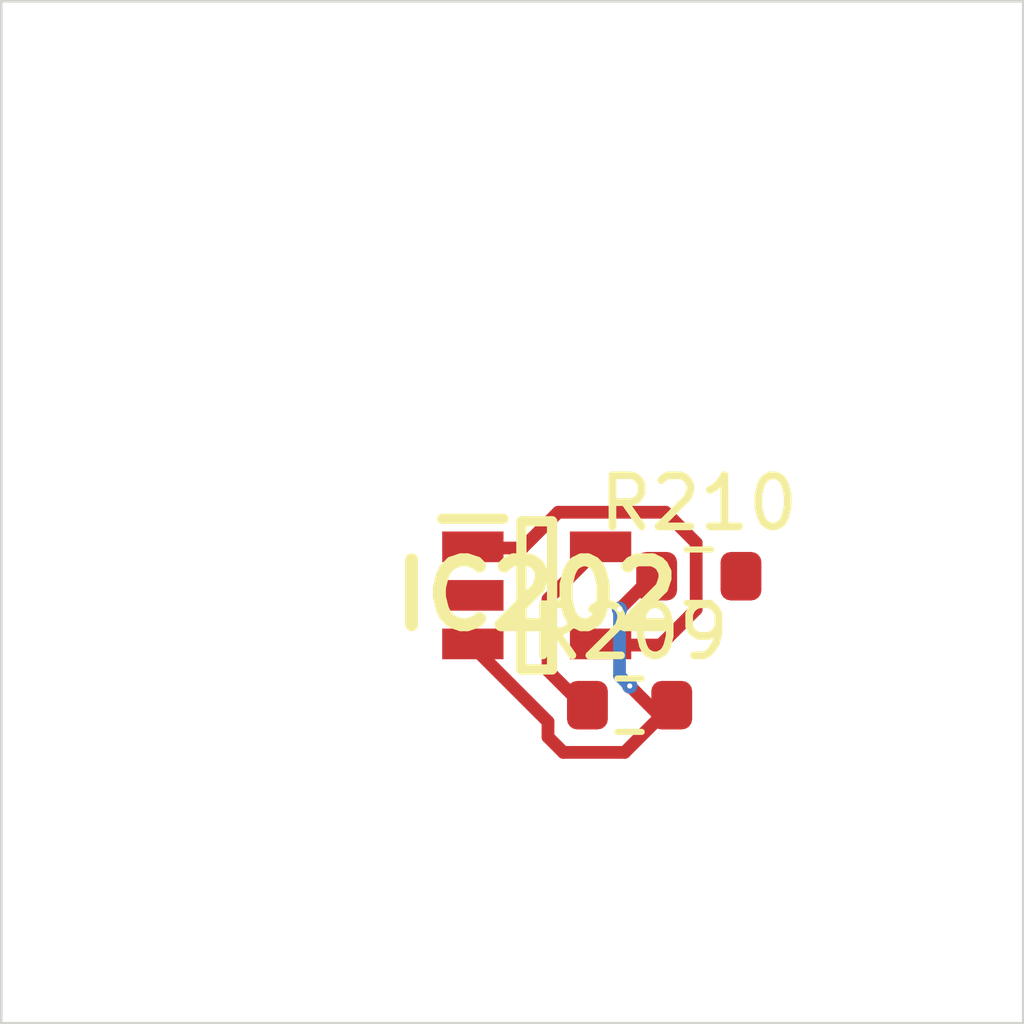
<source format=kicad_pcb>
 ( kicad_pcb  ( version 20171130 )
 ( host pcbnew 5.1.12-84ad8e8a86~92~ubuntu18.04.1 )
 ( general  ( thickness 1.6 )
 ( drawings 4 )
 ( tracks 0 )
 ( zones 0 )
 ( modules 3 )
 ( nets 5 )
)
 ( page A4 )
 ( layers  ( 0 F.Cu signal )
 ( 31 B.Cu signal )
 ( 32 B.Adhes user )
 ( 33 F.Adhes user )
 ( 34 B.Paste user )
 ( 35 F.Paste user )
 ( 36 B.SilkS user )
 ( 37 F.SilkS user )
 ( 38 B.Mask user )
 ( 39 F.Mask user )
 ( 40 Dwgs.User user )
 ( 41 Cmts.User user )
 ( 42 Eco1.User user )
 ( 43 Eco2.User user )
 ( 44 Edge.Cuts user )
 ( 45 Margin user )
 ( 46 B.CrtYd user )
 ( 47 F.CrtYd user )
 ( 48 B.Fab user )
 ( 49 F.Fab user )
)
 ( setup  ( last_trace_width 0.25 )
 ( trace_clearance 0.2 )
 ( zone_clearance 0.508 )
 ( zone_45_only no )
 ( trace_min 0.2 )
 ( via_size 0.8 )
 ( via_drill 0.4 )
 ( via_min_size 0.4 )
 ( via_min_drill 0.3 )
 ( uvia_size 0.3 )
 ( uvia_drill 0.1 )
 ( uvias_allowed no )
 ( uvia_min_size 0.2 )
 ( uvia_min_drill 0.1 )
 ( edge_width 0.05 )
 ( segment_width 0.2 )
 ( pcb_text_width 0.3 )
 ( pcb_text_size 1.5 1.5 )
 ( mod_edge_width 0.12 )
 ( mod_text_size 1 1 )
 ( mod_text_width 0.15 )
 ( pad_size 1.524 1.524 )
 ( pad_drill 0.762 )
 ( pad_to_mask_clearance 0 )
 ( aux_axis_origin 0 0 )
 ( visible_elements FFFFFF7F )
 ( pcbplotparams  ( layerselection 0x010fc_ffffffff )
 ( usegerberextensions false )
 ( usegerberattributes true )
 ( usegerberadvancedattributes true )
 ( creategerberjobfile true )
 ( excludeedgelayer true )
 ( linewidth 0.100000 )
 ( plotframeref false )
 ( viasonmask false )
 ( mode 1 )
 ( useauxorigin false )
 ( hpglpennumber 1 )
 ( hpglpenspeed 20 )
 ( hpglpendiameter 15.000000 )
 ( psnegative false )
 ( psa4output false )
 ( plotreference true )
 ( plotvalue true )
 ( plotinvisibletext false )
 ( padsonsilk false )
 ( subtractmaskfromsilk false )
 ( outputformat 1 )
 ( mirror false )
 ( drillshape 1 )
 ( scaleselection 1 )
 ( outputdirectory "" )
)
)
 ( net 0 "" )
 ( net 1 GND )
 ( net 2 VDDA )
 ( net 3 /Sheet6235D886/vp )
 ( net 4 "Net-(IC202-Pad3)" )
 ( net_class Default "This is the default net class."  ( clearance 0.2 )
 ( trace_width 0.25 )
 ( via_dia 0.8 )
 ( via_drill 0.4 )
 ( uvia_dia 0.3 )
 ( uvia_drill 0.1 )
 ( add_net /Sheet6235D886/vp )
 ( add_net GND )
 ( add_net "Net-(IC202-Pad3)" )
 ( add_net VDDA )
)
 ( module SOT95P280X145-5N locked  ( layer F.Cu )
 ( tedit 62336ED7 )
 ( tstamp 623423ED )
 ( at 90.479100 111.627000 )
 ( descr DBV0005A )
 ( tags "Integrated Circuit" )
 ( path /6235D887/6266C08E )
 ( attr smd )
 ( fp_text reference IC202  ( at 0 0 )
 ( layer F.SilkS )
 ( effects  ( font  ( size 1.27 1.27 )
 ( thickness 0.254 )
)
)
)
 ( fp_text value TL071HIDBVR  ( at 0 0 )
 ( layer F.SilkS )
hide  ( effects  ( font  ( size 1.27 1.27 )
 ( thickness 0.254 )
)
)
)
 ( fp_line  ( start -1.85 -1.5 )
 ( end -0.65 -1.5 )
 ( layer F.SilkS )
 ( width 0.2 )
)
 ( fp_line  ( start -0.3 1.45 )
 ( end -0.3 -1.45 )
 ( layer F.SilkS )
 ( width 0.2 )
)
 ( fp_line  ( start 0.3 1.45 )
 ( end -0.3 1.45 )
 ( layer F.SilkS )
 ( width 0.2 )
)
 ( fp_line  ( start 0.3 -1.45 )
 ( end 0.3 1.45 )
 ( layer F.SilkS )
 ( width 0.2 )
)
 ( fp_line  ( start -0.3 -1.45 )
 ( end 0.3 -1.45 )
 ( layer F.SilkS )
 ( width 0.2 )
)
 ( fp_line  ( start -0.8 -0.5 )
 ( end 0.15 -1.45 )
 ( layer Dwgs.User )
 ( width 0.1 )
)
 ( fp_line  ( start -0.8 1.45 )
 ( end -0.8 -1.45 )
 ( layer Dwgs.User )
 ( width 0.1 )
)
 ( fp_line  ( start 0.8 1.45 )
 ( end -0.8 1.45 )
 ( layer Dwgs.User )
 ( width 0.1 )
)
 ( fp_line  ( start 0.8 -1.45 )
 ( end 0.8 1.45 )
 ( layer Dwgs.User )
 ( width 0.1 )
)
 ( fp_line  ( start -0.8 -1.45 )
 ( end 0.8 -1.45 )
 ( layer Dwgs.User )
 ( width 0.1 )
)
 ( fp_line  ( start -2.1 1.775 )
 ( end -2.1 -1.775 )
 ( layer Dwgs.User )
 ( width 0.05 )
)
 ( fp_line  ( start 2.1 1.775 )
 ( end -2.1 1.775 )
 ( layer Dwgs.User )
 ( width 0.05 )
)
 ( fp_line  ( start 2.1 -1.775 )
 ( end 2.1 1.775 )
 ( layer Dwgs.User )
 ( width 0.05 )
)
 ( fp_line  ( start -2.1 -1.775 )
 ( end 2.1 -1.775 )
 ( layer Dwgs.User )
 ( width 0.05 )
)
 ( pad 1 smd rect  ( at -1.25 -0.95 90.000000 )
 ( size 0.6 1.2 )
 ( layers F.Cu F.Mask F.Paste )
 ( net 3 /Sheet6235D886/vp )
)
 ( pad 2 smd rect  ( at -1.25 0 90.000000 )
 ( size 0.6 1.2 )
 ( layers F.Cu F.Mask F.Paste )
 ( net 1 GND )
)
 ( pad 3 smd rect  ( at -1.25 0.95 90.000000 )
 ( size 0.6 1.2 )
 ( layers F.Cu F.Mask F.Paste )
 ( net 4 "Net-(IC202-Pad3)" )
)
 ( pad 4 smd rect  ( at 1.25 0.95 90.000000 )
 ( size 0.6 1.2 )
 ( layers F.Cu F.Mask F.Paste )
 ( net 3 /Sheet6235D886/vp )
)
 ( pad 5 smd rect  ( at 1.25 -0.95 90.000000 )
 ( size 0.6 1.2 )
 ( layers F.Cu F.Mask F.Paste )
 ( net 2 VDDA )
)
)
 ( module Resistor_SMD:R_0603_1608Metric  ( layer F.Cu )
 ( tedit 5F68FEEE )
 ( tstamp 62342595 )
 ( at 92.296400 113.776000 )
 ( descr "Resistor SMD 0603 (1608 Metric), square (rectangular) end terminal, IPC_7351 nominal, (Body size source: IPC-SM-782 page 72, https://www.pcb-3d.com/wordpress/wp-content/uploads/ipc-sm-782a_amendment_1_and_2.pdf), generated with kicad-footprint-generator" )
 ( tags resistor )
 ( path /6235D887/623CDBD9 )
 ( attr smd )
 ( fp_text reference R209  ( at 0 -1.43 )
 ( layer F.SilkS )
 ( effects  ( font  ( size 1 1 )
 ( thickness 0.15 )
)
)
)
 ( fp_text value 100k  ( at 0 1.43 )
 ( layer F.Fab )
 ( effects  ( font  ( size 1 1 )
 ( thickness 0.15 )
)
)
)
 ( fp_line  ( start -0.8 0.4125 )
 ( end -0.8 -0.4125 )
 ( layer F.Fab )
 ( width 0.1 )
)
 ( fp_line  ( start -0.8 -0.4125 )
 ( end 0.8 -0.4125 )
 ( layer F.Fab )
 ( width 0.1 )
)
 ( fp_line  ( start 0.8 -0.4125 )
 ( end 0.8 0.4125 )
 ( layer F.Fab )
 ( width 0.1 )
)
 ( fp_line  ( start 0.8 0.4125 )
 ( end -0.8 0.4125 )
 ( layer F.Fab )
 ( width 0.1 )
)
 ( fp_line  ( start -0.237258 -0.5225 )
 ( end 0.237258 -0.5225 )
 ( layer F.SilkS )
 ( width 0.12 )
)
 ( fp_line  ( start -0.237258 0.5225 )
 ( end 0.237258 0.5225 )
 ( layer F.SilkS )
 ( width 0.12 )
)
 ( fp_line  ( start -1.48 0.73 )
 ( end -1.48 -0.73 )
 ( layer F.CrtYd )
 ( width 0.05 )
)
 ( fp_line  ( start -1.48 -0.73 )
 ( end 1.48 -0.73 )
 ( layer F.CrtYd )
 ( width 0.05 )
)
 ( fp_line  ( start 1.48 -0.73 )
 ( end 1.48 0.73 )
 ( layer F.CrtYd )
 ( width 0.05 )
)
 ( fp_line  ( start 1.48 0.73 )
 ( end -1.48 0.73 )
 ( layer F.CrtYd )
 ( width 0.05 )
)
 ( fp_text user %R  ( at 0 0 )
 ( layer F.Fab )
 ( effects  ( font  ( size 0.4 0.4 )
 ( thickness 0.06 )
)
)
)
 ( pad 1 smd roundrect  ( at -0.825 0 )
 ( size 0.8 0.95 )
 ( layers F.Cu F.Mask F.Paste )
 ( roundrect_rratio 0.25 )
 ( net 2 VDDA )
)
 ( pad 2 smd roundrect  ( at 0.825 0 )
 ( size 0.8 0.95 )
 ( layers F.Cu F.Mask F.Paste )
 ( roundrect_rratio 0.25 )
 ( net 4 "Net-(IC202-Pad3)" )
)
 ( model ${KISYS3DMOD}/Resistor_SMD.3dshapes/R_0603_1608Metric.wrl  ( at  ( xyz 0 0 0 )
)
 ( scale  ( xyz 1 1 1 )
)
 ( rotate  ( xyz 0 0 0 )
)
)
)
 ( module Resistor_SMD:R_0603_1608Metric  ( layer F.Cu )
 ( tedit 5F68FEEE )
 ( tstamp 623425A6 )
 ( at 93.651500 111.252000 )
 ( descr "Resistor SMD 0603 (1608 Metric), square (rectangular) end terminal, IPC_7351 nominal, (Body size source: IPC-SM-782 page 72, https://www.pcb-3d.com/wordpress/wp-content/uploads/ipc-sm-782a_amendment_1_and_2.pdf), generated with kicad-footprint-generator" )
 ( tags resistor )
 ( path /6235D887/623CDBDF )
 ( attr smd )
 ( fp_text reference R210  ( at 0 -1.43 )
 ( layer F.SilkS )
 ( effects  ( font  ( size 1 1 )
 ( thickness 0.15 )
)
)
)
 ( fp_text value 100k  ( at 0 1.43 )
 ( layer F.Fab )
 ( effects  ( font  ( size 1 1 )
 ( thickness 0.15 )
)
)
)
 ( fp_line  ( start 1.48 0.73 )
 ( end -1.48 0.73 )
 ( layer F.CrtYd )
 ( width 0.05 )
)
 ( fp_line  ( start 1.48 -0.73 )
 ( end 1.48 0.73 )
 ( layer F.CrtYd )
 ( width 0.05 )
)
 ( fp_line  ( start -1.48 -0.73 )
 ( end 1.48 -0.73 )
 ( layer F.CrtYd )
 ( width 0.05 )
)
 ( fp_line  ( start -1.48 0.73 )
 ( end -1.48 -0.73 )
 ( layer F.CrtYd )
 ( width 0.05 )
)
 ( fp_line  ( start -0.237258 0.5225 )
 ( end 0.237258 0.5225 )
 ( layer F.SilkS )
 ( width 0.12 )
)
 ( fp_line  ( start -0.237258 -0.5225 )
 ( end 0.237258 -0.5225 )
 ( layer F.SilkS )
 ( width 0.12 )
)
 ( fp_line  ( start 0.8 0.4125 )
 ( end -0.8 0.4125 )
 ( layer F.Fab )
 ( width 0.1 )
)
 ( fp_line  ( start 0.8 -0.4125 )
 ( end 0.8 0.4125 )
 ( layer F.Fab )
 ( width 0.1 )
)
 ( fp_line  ( start -0.8 -0.4125 )
 ( end 0.8 -0.4125 )
 ( layer F.Fab )
 ( width 0.1 )
)
 ( fp_line  ( start -0.8 0.4125 )
 ( end -0.8 -0.4125 )
 ( layer F.Fab )
 ( width 0.1 )
)
 ( fp_text user %R  ( at 0 0 )
 ( layer F.Fab )
 ( effects  ( font  ( size 0.4 0.4 )
 ( thickness 0.06 )
)
)
)
 ( pad 2 smd roundrect  ( at 0.825 0 )
 ( size 0.8 0.95 )
 ( layers F.Cu F.Mask F.Paste )
 ( roundrect_rratio 0.25 )
 ( net 1 GND )
)
 ( pad 1 smd roundrect  ( at -0.825 0 )
 ( size 0.8 0.95 )
 ( layers F.Cu F.Mask F.Paste )
 ( roundrect_rratio 0.25 )
 ( net 4 "Net-(IC202-Pad3)" )
)
 ( model ${KISYS3DMOD}/Resistor_SMD.3dshapes/R_0603_1608Metric.wrl  ( at  ( xyz 0 0 0 )
)
 ( scale  ( xyz 1 1 1 )
)
 ( rotate  ( xyz 0 0 0 )
)
)
)
 ( gr_line  ( start 100 100 )
 ( end 100 120 )
 ( layer Edge.Cuts )
 ( width 0.05 )
 ( tstamp 62E770C4 )
)
 ( gr_line  ( start 80 120 )
 ( end 100 120 )
 ( layer Edge.Cuts )
 ( width 0.05 )
 ( tstamp 62E770C0 )
)
 ( gr_line  ( start 80 100 )
 ( end 100 100 )
 ( layer Edge.Cuts )
 ( width 0.05 )
 ( tstamp 6234110C )
)
 ( gr_line  ( start 80 100 )
 ( end 80 120 )
 ( layer Edge.Cuts )
 ( width 0.05 )
)
 ( segment  ( start 91.500001 113.800002 )
 ( end 91.400001 113.800002 )
 ( width 0.250000 )
 ( layer F.Cu )
 ( net 2 )
)
 ( segment  ( start 91.400001 113.800002 )
 ( end 90.700001 113.100002 )
 ( width 0.250000 )
 ( layer F.Cu )
 ( net 2 )
)
 ( segment  ( start 90.700001 113.100002 )
 ( end 90.700001 111.700002 )
 ( width 0.250000 )
 ( layer F.Cu )
 ( net 2 )
)
 ( segment  ( start 90.700001 111.700002 )
 ( end 91.700001 110.700002 )
 ( width 0.250000 )
 ( layer F.Cu )
 ( net 2 )
)
 ( segment  ( start 91.700001 112.600002 )
 ( end 92.900001 112.600002 )
 ( width 0.250000 )
 ( layer F.Cu )
 ( net 3 )
)
 ( segment  ( start 92.900001 112.600002 )
 ( end 93.600001 111.900002 )
 ( width 0.250000 )
 ( layer F.Cu )
 ( net 3 )
)
 ( segment  ( start 93.600001 111.900002 )
 ( end 93.600001 110.600002 )
 ( width 0.250000 )
 ( layer F.Cu )
 ( net 3 )
)
 ( segment  ( start 93.600001 110.600002 )
 ( end 93.000001 110.000002 )
 ( width 0.250000 )
 ( layer F.Cu )
 ( net 3 )
)
 ( segment  ( start 93.000001 110.000002 )
 ( end 90.900001 110.000002 )
 ( width 0.250000 )
 ( layer F.Cu )
 ( net 3 )
)
 ( segment  ( start 90.900001 110.000002 )
 ( end 90.200001 110.700002 )
 ( width 0.250000 )
 ( layer F.Cu )
 ( net 3 )
)
 ( segment  ( start 90.200001 110.700002 )
 ( end 89.200001 110.700002 )
 ( width 0.250000 )
 ( layer F.Cu )
 ( net 3 )
)
 ( segment  ( start 93.100001 113.800002 )
 ( end 92.200001 114.700002 )
 ( width 0.250000 )
 ( layer F.Cu )
 ( net 4 )
)
 ( segment  ( start 92.200001 114.700002 )
 ( end 91.000001 114.700002 )
 ( width 0.250000 )
 ( layer F.Cu )
 ( net 4 )
)
 ( segment  ( start 91.000001 114.700002 )
 ( end 90.700001 114.400002 )
 ( width 0.250000 )
 ( layer F.Cu )
 ( net 4 )
)
 ( segment  ( start 90.700001 114.400002 )
 ( end 90.700001 114.100002 )
 ( width 0.250000 )
 ( layer F.Cu )
 ( net 4 )
)
 ( segment  ( start 90.700001 114.100002 )
 ( end 89.200001 112.600002 )
 ( width 0.250000 )
 ( layer F.Cu )
 ( net 4 )
)
 ( segment  ( start 92.800001 111.300002 )
 ( end 92.700001 111.300002 )
 ( width 0.250000 )
 ( layer F.Cu )
 ( net 4 )
)
 ( segment  ( start 92.700001 111.300002 )
 ( end 92.100001 111.900002 )
 ( width 0.250000 )
 ( layer F.Cu )
 ( net 4 )
)
 ( segment  ( start 92.100001 111.900002 )
 ( end 92.100001 113.200002 )
 ( width 0.250000 )
 ( layer B.Cu )
 ( net 4 )
)
 ( segment  ( start 92.100001 113.200002 )
 ( end 92.300001 113.400002 )
 ( width 0.250000 )
 ( layer B.Cu )
 ( net 4 )
)
 ( segment  ( start 92.300001 113.400002 )
 ( end 92.900001 114.000002 )
 ( width 0.250000 )
 ( layer F.Cu )
 ( net 4 )
)
 ( via micro  ( at 92.100001 111.900002 )
 ( size 0.300000 )
 ( drill 0.100000 )
 ( layers F.Cu B.Cu )
 ( net 4 )
)
 ( via micro  ( at 92.300001 113.400002 )
 ( size 0.300000 )
 ( drill 0.100000 )
 ( layers F.Cu B.Cu )
 ( net 4 )
)
)

</source>
